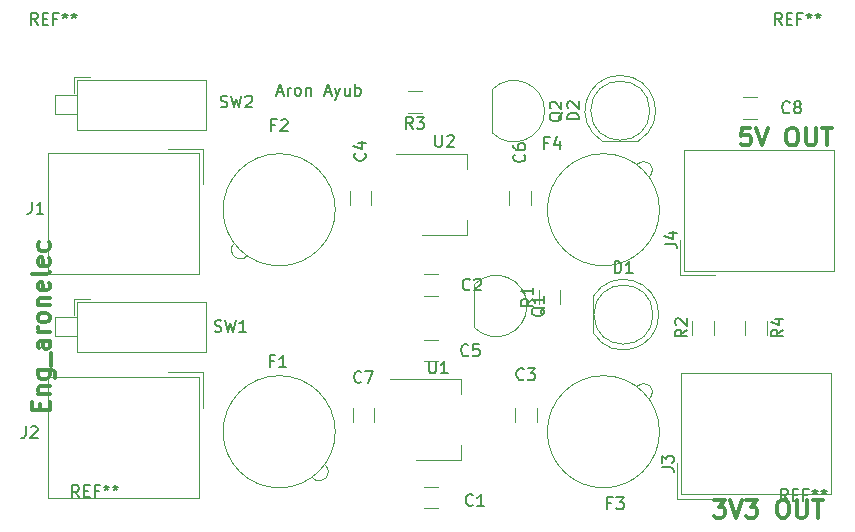
<source format=gbr>
G04 #@! TF.GenerationSoftware,KiCad,Pcbnew,(5.1.6)-1*
G04 #@! TF.CreationDate,2021-06-24T11:46:10+03:00*
G04 #@! TF.ProjectId,power supply,706f7765-7220-4737-9570-706c792e6b69,rev?*
G04 #@! TF.SameCoordinates,Original*
G04 #@! TF.FileFunction,Legend,Top*
G04 #@! TF.FilePolarity,Positive*
%FSLAX46Y46*%
G04 Gerber Fmt 4.6, Leading zero omitted, Abs format (unit mm)*
G04 Created by KiCad (PCBNEW (5.1.6)-1) date 2021-06-24 11:46:10*
%MOMM*%
%LPD*%
G01*
G04 APERTURE LIST*
%ADD10C,0.150000*%
%ADD11C,0.300000*%
%ADD12C,0.120000*%
G04 APERTURE END LIST*
D10*
X103452380Y-108666666D02*
X103928571Y-108666666D01*
X103357142Y-108952380D02*
X103690476Y-107952380D01*
X104023809Y-108952380D01*
X104357142Y-108952380D02*
X104357142Y-108285714D01*
X104357142Y-108476190D02*
X104404761Y-108380952D01*
X104452380Y-108333333D01*
X104547619Y-108285714D01*
X104642857Y-108285714D01*
X105119047Y-108952380D02*
X105023809Y-108904761D01*
X104976190Y-108857142D01*
X104928571Y-108761904D01*
X104928571Y-108476190D01*
X104976190Y-108380952D01*
X105023809Y-108333333D01*
X105119047Y-108285714D01*
X105261904Y-108285714D01*
X105357142Y-108333333D01*
X105404761Y-108380952D01*
X105452380Y-108476190D01*
X105452380Y-108761904D01*
X105404761Y-108857142D01*
X105357142Y-108904761D01*
X105261904Y-108952380D01*
X105119047Y-108952380D01*
X105880952Y-108285714D02*
X105880952Y-108952380D01*
X105880952Y-108380952D02*
X105928571Y-108333333D01*
X106023809Y-108285714D01*
X106166666Y-108285714D01*
X106261904Y-108333333D01*
X106309523Y-108428571D01*
X106309523Y-108952380D01*
X107500000Y-108666666D02*
X107976190Y-108666666D01*
X107404761Y-108952380D02*
X107738095Y-107952380D01*
X108071428Y-108952380D01*
X108309523Y-108285714D02*
X108547619Y-108952380D01*
X108785714Y-108285714D02*
X108547619Y-108952380D01*
X108452380Y-109190476D01*
X108404761Y-109238095D01*
X108309523Y-109285714D01*
X109595238Y-108285714D02*
X109595238Y-108952380D01*
X109166666Y-108285714D02*
X109166666Y-108809523D01*
X109214285Y-108904761D01*
X109309523Y-108952380D01*
X109452380Y-108952380D01*
X109547619Y-108904761D01*
X109595238Y-108857142D01*
X110071428Y-108952380D02*
X110071428Y-107952380D01*
X110071428Y-108333333D02*
X110166666Y-108285714D01*
X110357142Y-108285714D01*
X110452380Y-108333333D01*
X110500000Y-108380952D01*
X110547619Y-108476190D01*
X110547619Y-108761904D01*
X110500000Y-108857142D01*
X110452380Y-108904761D01*
X110357142Y-108952380D01*
X110166666Y-108952380D01*
X110071428Y-108904761D01*
D11*
X83392857Y-135571428D02*
X83392857Y-135071428D01*
X84178571Y-134857142D02*
X84178571Y-135571428D01*
X82678571Y-135571428D01*
X82678571Y-134857142D01*
X83178571Y-134214285D02*
X84178571Y-134214285D01*
X83321428Y-134214285D02*
X83250000Y-134142857D01*
X83178571Y-134000000D01*
X83178571Y-133785714D01*
X83250000Y-133642857D01*
X83392857Y-133571428D01*
X84178571Y-133571428D01*
X83178571Y-132214285D02*
X84392857Y-132214285D01*
X84535714Y-132285714D01*
X84607142Y-132357142D01*
X84678571Y-132500000D01*
X84678571Y-132714285D01*
X84607142Y-132857142D01*
X84107142Y-132214285D02*
X84178571Y-132357142D01*
X84178571Y-132642857D01*
X84107142Y-132785714D01*
X84035714Y-132857142D01*
X83892857Y-132928571D01*
X83464285Y-132928571D01*
X83321428Y-132857142D01*
X83250000Y-132785714D01*
X83178571Y-132642857D01*
X83178571Y-132357142D01*
X83250000Y-132214285D01*
X84321428Y-131857142D02*
X84321428Y-130714285D01*
X84178571Y-129714285D02*
X83392857Y-129714285D01*
X83250000Y-129785714D01*
X83178571Y-129928571D01*
X83178571Y-130214285D01*
X83250000Y-130357142D01*
X84107142Y-129714285D02*
X84178571Y-129857142D01*
X84178571Y-130214285D01*
X84107142Y-130357142D01*
X83964285Y-130428571D01*
X83821428Y-130428571D01*
X83678571Y-130357142D01*
X83607142Y-130214285D01*
X83607142Y-129857142D01*
X83535714Y-129714285D01*
X84178571Y-129000000D02*
X83178571Y-129000000D01*
X83464285Y-129000000D02*
X83321428Y-128928571D01*
X83250000Y-128857142D01*
X83178571Y-128714285D01*
X83178571Y-128571428D01*
X84178571Y-127857142D02*
X84107142Y-128000000D01*
X84035714Y-128071428D01*
X83892857Y-128142857D01*
X83464285Y-128142857D01*
X83321428Y-128071428D01*
X83250000Y-128000000D01*
X83178571Y-127857142D01*
X83178571Y-127642857D01*
X83250000Y-127500000D01*
X83321428Y-127428571D01*
X83464285Y-127357142D01*
X83892857Y-127357142D01*
X84035714Y-127428571D01*
X84107142Y-127500000D01*
X84178571Y-127642857D01*
X84178571Y-127857142D01*
X83178571Y-126714285D02*
X84178571Y-126714285D01*
X83321428Y-126714285D02*
X83250000Y-126642857D01*
X83178571Y-126500000D01*
X83178571Y-126285714D01*
X83250000Y-126142857D01*
X83392857Y-126071428D01*
X84178571Y-126071428D01*
X84107142Y-124785714D02*
X84178571Y-124928571D01*
X84178571Y-125214285D01*
X84107142Y-125357142D01*
X83964285Y-125428571D01*
X83392857Y-125428571D01*
X83250000Y-125357142D01*
X83178571Y-125214285D01*
X83178571Y-124928571D01*
X83250000Y-124785714D01*
X83392857Y-124714285D01*
X83535714Y-124714285D01*
X83678571Y-125428571D01*
X84178571Y-123857142D02*
X84107142Y-124000000D01*
X83964285Y-124071428D01*
X82678571Y-124071428D01*
X84107142Y-122714285D02*
X84178571Y-122857142D01*
X84178571Y-123142857D01*
X84107142Y-123285714D01*
X83964285Y-123357142D01*
X83392857Y-123357142D01*
X83250000Y-123285714D01*
X83178571Y-123142857D01*
X83178571Y-122857142D01*
X83250000Y-122714285D01*
X83392857Y-122642857D01*
X83535714Y-122642857D01*
X83678571Y-123357142D01*
X84107142Y-121357142D02*
X84178571Y-121500000D01*
X84178571Y-121785714D01*
X84107142Y-121928571D01*
X84035714Y-122000000D01*
X83892857Y-122071428D01*
X83464285Y-122071428D01*
X83321428Y-122000000D01*
X83250000Y-121928571D01*
X83178571Y-121785714D01*
X83178571Y-121500000D01*
X83250000Y-121357142D01*
X140428571Y-143178571D02*
X141357142Y-143178571D01*
X140857142Y-143750000D01*
X141071428Y-143750000D01*
X141214285Y-143821428D01*
X141285714Y-143892857D01*
X141357142Y-144035714D01*
X141357142Y-144392857D01*
X141285714Y-144535714D01*
X141214285Y-144607142D01*
X141071428Y-144678571D01*
X140642857Y-144678571D01*
X140500000Y-144607142D01*
X140428571Y-144535714D01*
X141785714Y-143178571D02*
X142285714Y-144678571D01*
X142785714Y-143178571D01*
X143142857Y-143178571D02*
X144071428Y-143178571D01*
X143571428Y-143750000D01*
X143785714Y-143750000D01*
X143928571Y-143821428D01*
X144000000Y-143892857D01*
X144071428Y-144035714D01*
X144071428Y-144392857D01*
X144000000Y-144535714D01*
X143928571Y-144607142D01*
X143785714Y-144678571D01*
X143357142Y-144678571D01*
X143214285Y-144607142D01*
X143142857Y-144535714D01*
X146142857Y-143178571D02*
X146428571Y-143178571D01*
X146571428Y-143250000D01*
X146714285Y-143392857D01*
X146785714Y-143678571D01*
X146785714Y-144178571D01*
X146714285Y-144464285D01*
X146571428Y-144607142D01*
X146428571Y-144678571D01*
X146142857Y-144678571D01*
X146000000Y-144607142D01*
X145857142Y-144464285D01*
X145785714Y-144178571D01*
X145785714Y-143678571D01*
X145857142Y-143392857D01*
X146000000Y-143250000D01*
X146142857Y-143178571D01*
X147428571Y-143178571D02*
X147428571Y-144392857D01*
X147500000Y-144535714D01*
X147571428Y-144607142D01*
X147714285Y-144678571D01*
X148000000Y-144678571D01*
X148142857Y-144607142D01*
X148214285Y-144535714D01*
X148285714Y-144392857D01*
X148285714Y-143178571D01*
X148785714Y-143178571D02*
X149642857Y-143178571D01*
X149214285Y-144678571D02*
X149214285Y-143178571D01*
X143500000Y-111678571D02*
X142785714Y-111678571D01*
X142714285Y-112392857D01*
X142785714Y-112321428D01*
X142928571Y-112250000D01*
X143285714Y-112250000D01*
X143428571Y-112321428D01*
X143500000Y-112392857D01*
X143571428Y-112535714D01*
X143571428Y-112892857D01*
X143500000Y-113035714D01*
X143428571Y-113107142D01*
X143285714Y-113178571D01*
X142928571Y-113178571D01*
X142785714Y-113107142D01*
X142714285Y-113035714D01*
X144000000Y-111678571D02*
X144500000Y-113178571D01*
X145000000Y-111678571D01*
X146928571Y-111678571D02*
X147214285Y-111678571D01*
X147357142Y-111750000D01*
X147500000Y-111892857D01*
X147571428Y-112178571D01*
X147571428Y-112678571D01*
X147500000Y-112964285D01*
X147357142Y-113107142D01*
X147214285Y-113178571D01*
X146928571Y-113178571D01*
X146785714Y-113107142D01*
X146642857Y-112964285D01*
X146571428Y-112678571D01*
X146571428Y-112178571D01*
X146642857Y-111892857D01*
X146785714Y-111750000D01*
X146928571Y-111678571D01*
X148214285Y-111678571D02*
X148214285Y-112892857D01*
X148285714Y-113035714D01*
X148357142Y-113107142D01*
X148500000Y-113178571D01*
X148785714Y-113178571D01*
X148928571Y-113107142D01*
X149000000Y-113035714D01*
X149071428Y-112892857D01*
X149071428Y-111678571D01*
X149571428Y-111678571D02*
X150428571Y-111678571D01*
X150000000Y-113178571D02*
X150000000Y-111678571D01*
D12*
X133854000Y-114768000D02*
X133994000Y-114648000D01*
X133994000Y-114648000D02*
X134154000Y-114558000D01*
X134154000Y-114558000D02*
X134404000Y-114508000D01*
X134404000Y-114508000D02*
X134664000Y-114538000D01*
X134664000Y-114538000D02*
X134924000Y-114688000D01*
X134924000Y-114688000D02*
X135094000Y-114908000D01*
X135094000Y-114908000D02*
X135174000Y-115198000D01*
X135174000Y-115198000D02*
X135134000Y-115488000D01*
X135134000Y-115488000D02*
X135054000Y-115668000D01*
X135054000Y-115668000D02*
X134904000Y-115798000D01*
X135824000Y-118618000D02*
G75*
G03*
X135824000Y-118618000I-4750000J0D01*
G01*
X127410000Y-126602064D02*
X127410000Y-125397936D01*
X125590000Y-126602064D02*
X125590000Y-125397936D01*
X115897936Y-143910000D02*
X117102064Y-143910000D01*
X115897936Y-142090000D02*
X117102064Y-142090000D01*
X115897936Y-125910000D02*
X117102064Y-125910000D01*
X115897936Y-124090000D02*
X117102064Y-124090000D01*
X125410000Y-135411936D02*
X125410000Y-136616064D01*
X123590000Y-135411936D02*
X123590000Y-136616064D01*
X109590000Y-118202064D02*
X109590000Y-116997936D01*
X111410000Y-118202064D02*
X111410000Y-116997936D01*
X115897936Y-129646000D02*
X117102064Y-129646000D01*
X115897936Y-131466000D02*
X117102064Y-131466000D01*
X123090000Y-118202064D02*
X123090000Y-116997936D01*
X124910000Y-118202064D02*
X124910000Y-116997936D01*
X109834000Y-135411936D02*
X109834000Y-136616064D01*
X111654000Y-135411936D02*
X111654000Y-136616064D01*
X142897936Y-110910000D02*
X144102064Y-110910000D01*
X142897936Y-109090000D02*
X144102064Y-109090000D01*
X130210000Y-125955000D02*
X130210000Y-129045000D01*
X135270000Y-127500000D02*
G75*
G03*
X135270000Y-127500000I-2500000J0D01*
G01*
X135760000Y-127500462D02*
G75*
G03*
X130210000Y-125955170I-2990000J462D01*
G01*
X135760000Y-127499538D02*
G75*
G02*
X130210000Y-129044830I-2990000J-462D01*
G01*
X107472000Y-140194000D02*
X107592000Y-140334000D01*
X107592000Y-140334000D02*
X107682000Y-140494000D01*
X107682000Y-140494000D02*
X107732000Y-140744000D01*
X107732000Y-140744000D02*
X107702000Y-141004000D01*
X107702000Y-141004000D02*
X107552000Y-141264000D01*
X107552000Y-141264000D02*
X107332000Y-141434000D01*
X107332000Y-141434000D02*
X107042000Y-141514000D01*
X107042000Y-141514000D02*
X106752000Y-141474000D01*
X106752000Y-141474000D02*
X106572000Y-141394000D01*
X106572000Y-141394000D02*
X106442000Y-141244000D01*
X108372000Y-137414000D02*
G75*
G03*
X108372000Y-137414000I-4750000J0D01*
G01*
X108372000Y-118618000D02*
G75*
G03*
X108372000Y-118618000I-4750000J0D01*
G01*
X99642000Y-121568000D02*
X99792000Y-121438000D01*
X99562000Y-121748000D02*
X99642000Y-121568000D01*
X99522000Y-122038000D02*
X99562000Y-121748000D01*
X99602000Y-122328000D02*
X99522000Y-122038000D01*
X99772000Y-122548000D02*
X99602000Y-122328000D01*
X100032000Y-122698000D02*
X99772000Y-122548000D01*
X100292000Y-122728000D02*
X100032000Y-122698000D01*
X100542000Y-122678000D02*
X100292000Y-122728000D01*
X100702000Y-122588000D02*
X100542000Y-122678000D01*
X100842000Y-122468000D02*
X100702000Y-122588000D01*
X135824000Y-137414000D02*
G75*
G03*
X135824000Y-137414000I-4750000J0D01*
G01*
X135054000Y-134464000D02*
X134904000Y-134594000D01*
X135134000Y-134284000D02*
X135054000Y-134464000D01*
X135174000Y-133994000D02*
X135134000Y-134284000D01*
X135094000Y-133704000D02*
X135174000Y-133994000D01*
X134924000Y-133484000D02*
X135094000Y-133704000D01*
X134664000Y-133334000D02*
X134924000Y-133484000D01*
X134404000Y-133304000D02*
X134664000Y-133334000D01*
X134154000Y-133354000D02*
X134404000Y-133304000D01*
X133994000Y-133444000D02*
X134154000Y-133354000D01*
X133854000Y-133564000D02*
X133994000Y-133444000D01*
X94178000Y-113443000D02*
X97178000Y-113443000D01*
X97178000Y-113443000D02*
X97178000Y-116443000D01*
X96798000Y-113823000D02*
X96798000Y-124063000D01*
X96798000Y-124063000D02*
X84058000Y-124063000D01*
X84058000Y-113823000D02*
X84058000Y-124063000D01*
X96798000Y-113823000D02*
X84058000Y-113823000D01*
X96798000Y-113823000D02*
X96798000Y-124063000D01*
X96798000Y-124063000D02*
X84058000Y-124063000D01*
X84058000Y-113823000D02*
X84058000Y-124063000D01*
X96798000Y-113823000D02*
X84058000Y-113823000D01*
X96798000Y-132762000D02*
X84058000Y-132762000D01*
X84058000Y-132762000D02*
X84058000Y-143002000D01*
X96798000Y-143002000D02*
X84058000Y-143002000D01*
X96798000Y-132762000D02*
X96798000Y-143002000D01*
X96798000Y-132762000D02*
X84058000Y-132762000D01*
X84058000Y-132762000D02*
X84058000Y-143002000D01*
X96798000Y-143002000D02*
X84058000Y-143002000D01*
X96798000Y-132762000D02*
X96798000Y-143002000D01*
X97178000Y-132382000D02*
X97178000Y-135382000D01*
X94178000Y-132382000D02*
X97178000Y-132382000D01*
X140264000Y-143097000D02*
X137264000Y-143097000D01*
X137264000Y-143097000D02*
X137264000Y-140097000D01*
X137644000Y-142717000D02*
X137644000Y-132477000D01*
X137644000Y-132477000D02*
X150384000Y-132477000D01*
X150384000Y-142717000D02*
X150384000Y-132477000D01*
X137644000Y-142717000D02*
X150384000Y-142717000D01*
X137644000Y-142717000D02*
X137644000Y-132477000D01*
X137644000Y-132477000D02*
X150384000Y-132477000D01*
X150384000Y-142717000D02*
X150384000Y-132477000D01*
X137644000Y-142717000D02*
X150384000Y-142717000D01*
X137898000Y-123778000D02*
X150638000Y-123778000D01*
X150638000Y-123778000D02*
X150638000Y-113538000D01*
X137898000Y-113538000D02*
X150638000Y-113538000D01*
X137898000Y-123778000D02*
X137898000Y-113538000D01*
X137898000Y-123778000D02*
X150638000Y-123778000D01*
X150638000Y-123778000D02*
X150638000Y-113538000D01*
X137898000Y-113538000D02*
X150638000Y-113538000D01*
X137898000Y-123778000D02*
X137898000Y-113538000D01*
X137518000Y-124158000D02*
X137518000Y-121158000D01*
X140518000Y-124158000D02*
X137518000Y-124158000D01*
X86488000Y-126414000D02*
X97408000Y-126414000D01*
X86488000Y-130634000D02*
X97408000Y-130634000D01*
X86488000Y-126414000D02*
X86488000Y-130634000D01*
X97408000Y-126414000D02*
X97408000Y-130634000D01*
X86248000Y-126174000D02*
X87631000Y-126174000D01*
X86248000Y-126174000D02*
X86248000Y-127557000D01*
X84628000Y-127714000D02*
X86488000Y-127714000D01*
X84628000Y-129334000D02*
X86488000Y-129334000D01*
X84628000Y-127714000D02*
X84628000Y-129334000D01*
X86488000Y-127714000D02*
X86488000Y-129334000D01*
X86488000Y-108918000D02*
X86488000Y-110538000D01*
X84628000Y-108918000D02*
X84628000Y-110538000D01*
X84628000Y-110538000D02*
X86488000Y-110538000D01*
X84628000Y-108918000D02*
X86488000Y-108918000D01*
X86248000Y-107378000D02*
X86248000Y-108761000D01*
X86248000Y-107378000D02*
X87631000Y-107378000D01*
X97408000Y-107618000D02*
X97408000Y-111838000D01*
X86488000Y-107618000D02*
X86488000Y-111838000D01*
X86488000Y-111838000D02*
X97408000Y-111838000D01*
X86488000Y-107618000D02*
X97408000Y-107618000D01*
X112994000Y-132988000D02*
X119004000Y-132988000D01*
X115244000Y-139808000D02*
X119004000Y-139808000D01*
X119004000Y-132988000D02*
X119004000Y-134248000D01*
X119004000Y-139808000D02*
X119004000Y-138548000D01*
X119512000Y-120758000D02*
X119512000Y-119498000D01*
X119512000Y-113938000D02*
X119512000Y-115198000D01*
X115752000Y-120758000D02*
X119512000Y-120758000D01*
X113502000Y-113938000D02*
X119512000Y-113938000D01*
X130955000Y-112790000D02*
X134045000Y-112790000D01*
X135000000Y-110230000D02*
G75*
G03*
X135000000Y-110230000I-2500000J0D01*
G01*
X132500462Y-107240000D02*
G75*
G03*
X130955170Y-112790000I-462J-2990000D01*
G01*
X132499538Y-107240000D02*
G75*
G02*
X134044830Y-112790000I462J-2990000D01*
G01*
X120161522Y-128608478D02*
G75*
G03*
X124600000Y-126770000I1838478J1838478D01*
G01*
X120161522Y-124931522D02*
G75*
G02*
X124600000Y-126770000I1838478J-1838478D01*
G01*
X120150000Y-124970000D02*
X120150000Y-128570000D01*
X121650000Y-108470000D02*
X121650000Y-112070000D01*
X121661522Y-108431522D02*
G75*
G02*
X126100000Y-110270000I1838478J-1838478D01*
G01*
X121661522Y-112108478D02*
G75*
G03*
X126100000Y-110270000I1838478J1838478D01*
G01*
X140410000Y-129202064D02*
X140410000Y-127997936D01*
X138590000Y-129202064D02*
X138590000Y-127997936D01*
X115702064Y-108590000D02*
X114497936Y-108590000D01*
X115702064Y-110410000D02*
X114497936Y-110410000D01*
X144910000Y-127997936D02*
X144910000Y-129202064D01*
X143090000Y-127997936D02*
X143090000Y-129202064D01*
D10*
X146666666Y-143252380D02*
X146333333Y-142776190D01*
X146095238Y-143252380D02*
X146095238Y-142252380D01*
X146476190Y-142252380D01*
X146571428Y-142300000D01*
X146619047Y-142347619D01*
X146666666Y-142442857D01*
X146666666Y-142585714D01*
X146619047Y-142680952D01*
X146571428Y-142728571D01*
X146476190Y-142776190D01*
X146095238Y-142776190D01*
X147095238Y-142728571D02*
X147428571Y-142728571D01*
X147571428Y-143252380D02*
X147095238Y-143252380D01*
X147095238Y-142252380D01*
X147571428Y-142252380D01*
X148333333Y-142728571D02*
X148000000Y-142728571D01*
X148000000Y-143252380D02*
X148000000Y-142252380D01*
X148476190Y-142252380D01*
X149000000Y-142252380D02*
X149000000Y-142490476D01*
X148761904Y-142395238D02*
X149000000Y-142490476D01*
X149238095Y-142395238D01*
X148857142Y-142680952D02*
X149000000Y-142490476D01*
X149142857Y-142680952D01*
X149761904Y-142252380D02*
X149761904Y-142490476D01*
X149523809Y-142395238D02*
X149761904Y-142490476D01*
X150000000Y-142395238D01*
X149619047Y-142680952D02*
X149761904Y-142490476D01*
X149904761Y-142680952D01*
X86666666Y-142952380D02*
X86333333Y-142476190D01*
X86095238Y-142952380D02*
X86095238Y-141952380D01*
X86476190Y-141952380D01*
X86571428Y-142000000D01*
X86619047Y-142047619D01*
X86666666Y-142142857D01*
X86666666Y-142285714D01*
X86619047Y-142380952D01*
X86571428Y-142428571D01*
X86476190Y-142476190D01*
X86095238Y-142476190D01*
X87095238Y-142428571D02*
X87428571Y-142428571D01*
X87571428Y-142952380D02*
X87095238Y-142952380D01*
X87095238Y-141952380D01*
X87571428Y-141952380D01*
X88333333Y-142428571D02*
X88000000Y-142428571D01*
X88000000Y-142952380D02*
X88000000Y-141952380D01*
X88476190Y-141952380D01*
X89000000Y-141952380D02*
X89000000Y-142190476D01*
X88761904Y-142095238D02*
X89000000Y-142190476D01*
X89238095Y-142095238D01*
X88857142Y-142380952D02*
X89000000Y-142190476D01*
X89142857Y-142380952D01*
X89761904Y-141952380D02*
X89761904Y-142190476D01*
X89523809Y-142095238D02*
X89761904Y-142190476D01*
X90000000Y-142095238D01*
X89619047Y-142380952D02*
X89761904Y-142190476D01*
X89904761Y-142380952D01*
X146166666Y-102952380D02*
X145833333Y-102476190D01*
X145595238Y-102952380D02*
X145595238Y-101952380D01*
X145976190Y-101952380D01*
X146071428Y-102000000D01*
X146119047Y-102047619D01*
X146166666Y-102142857D01*
X146166666Y-102285714D01*
X146119047Y-102380952D01*
X146071428Y-102428571D01*
X145976190Y-102476190D01*
X145595238Y-102476190D01*
X146595238Y-102428571D02*
X146928571Y-102428571D01*
X147071428Y-102952380D02*
X146595238Y-102952380D01*
X146595238Y-101952380D01*
X147071428Y-101952380D01*
X147833333Y-102428571D02*
X147500000Y-102428571D01*
X147500000Y-102952380D02*
X147500000Y-101952380D01*
X147976190Y-101952380D01*
X148500000Y-101952380D02*
X148500000Y-102190476D01*
X148261904Y-102095238D02*
X148500000Y-102190476D01*
X148738095Y-102095238D01*
X148357142Y-102380952D02*
X148500000Y-102190476D01*
X148642857Y-102380952D01*
X149261904Y-101952380D02*
X149261904Y-102190476D01*
X149023809Y-102095238D02*
X149261904Y-102190476D01*
X149500000Y-102095238D01*
X149119047Y-102380952D02*
X149261904Y-102190476D01*
X149404761Y-102380952D01*
X83166666Y-102952380D02*
X82833333Y-102476190D01*
X82595238Y-102952380D02*
X82595238Y-101952380D01*
X82976190Y-101952380D01*
X83071428Y-102000000D01*
X83119047Y-102047619D01*
X83166666Y-102142857D01*
X83166666Y-102285714D01*
X83119047Y-102380952D01*
X83071428Y-102428571D01*
X82976190Y-102476190D01*
X82595238Y-102476190D01*
X83595238Y-102428571D02*
X83928571Y-102428571D01*
X84071428Y-102952380D02*
X83595238Y-102952380D01*
X83595238Y-101952380D01*
X84071428Y-101952380D01*
X84833333Y-102428571D02*
X84500000Y-102428571D01*
X84500000Y-102952380D02*
X84500000Y-101952380D01*
X84976190Y-101952380D01*
X85500000Y-101952380D02*
X85500000Y-102190476D01*
X85261904Y-102095238D02*
X85500000Y-102190476D01*
X85738095Y-102095238D01*
X85357142Y-102380952D02*
X85500000Y-102190476D01*
X85642857Y-102380952D01*
X86261904Y-101952380D02*
X86261904Y-102190476D01*
X86023809Y-102095238D02*
X86261904Y-102190476D01*
X86500000Y-102095238D01*
X86119047Y-102380952D02*
X86261904Y-102190476D01*
X86404761Y-102380952D01*
X126412666Y-112928571D02*
X126079333Y-112928571D01*
X126079333Y-113452380D02*
X126079333Y-112452380D01*
X126555523Y-112452380D01*
X127365047Y-112785714D02*
X127365047Y-113452380D01*
X127126952Y-112404761D02*
X126888857Y-113119047D01*
X127507904Y-113119047D01*
X125132380Y-126166666D02*
X124656190Y-126500000D01*
X125132380Y-126738095D02*
X124132380Y-126738095D01*
X124132380Y-126357142D01*
X124180000Y-126261904D01*
X124227619Y-126214285D01*
X124322857Y-126166666D01*
X124465714Y-126166666D01*
X124560952Y-126214285D01*
X124608571Y-126261904D01*
X124656190Y-126357142D01*
X124656190Y-126738095D01*
X125132380Y-125214285D02*
X125132380Y-125785714D01*
X125132380Y-125500000D02*
X124132380Y-125500000D01*
X124275238Y-125595238D01*
X124370476Y-125690476D01*
X124418095Y-125785714D01*
X120019333Y-143611142D02*
X119971714Y-143658761D01*
X119828857Y-143706380D01*
X119733619Y-143706380D01*
X119590761Y-143658761D01*
X119495523Y-143563523D01*
X119447904Y-143468285D01*
X119400285Y-143277809D01*
X119400285Y-143134952D01*
X119447904Y-142944476D01*
X119495523Y-142849238D01*
X119590761Y-142754000D01*
X119733619Y-142706380D01*
X119828857Y-142706380D01*
X119971714Y-142754000D01*
X120019333Y-142801619D01*
X120971714Y-143706380D02*
X120400285Y-143706380D01*
X120686000Y-143706380D02*
X120686000Y-142706380D01*
X120590761Y-142849238D01*
X120495523Y-142944476D01*
X120400285Y-142992095D01*
X119765333Y-125357142D02*
X119717714Y-125404761D01*
X119574857Y-125452380D01*
X119479619Y-125452380D01*
X119336761Y-125404761D01*
X119241523Y-125309523D01*
X119193904Y-125214285D01*
X119146285Y-125023809D01*
X119146285Y-124880952D01*
X119193904Y-124690476D01*
X119241523Y-124595238D01*
X119336761Y-124500000D01*
X119479619Y-124452380D01*
X119574857Y-124452380D01*
X119717714Y-124500000D01*
X119765333Y-124547619D01*
X120146285Y-124547619D02*
X120193904Y-124500000D01*
X120289142Y-124452380D01*
X120527238Y-124452380D01*
X120622476Y-124500000D01*
X120670095Y-124547619D01*
X120717714Y-124642857D01*
X120717714Y-124738095D01*
X120670095Y-124880952D01*
X120098666Y-125452380D01*
X120717714Y-125452380D01*
X124333333Y-132945142D02*
X124285714Y-132992761D01*
X124142857Y-133040380D01*
X124047619Y-133040380D01*
X123904761Y-132992761D01*
X123809523Y-132897523D01*
X123761904Y-132802285D01*
X123714285Y-132611809D01*
X123714285Y-132468952D01*
X123761904Y-132278476D01*
X123809523Y-132183238D01*
X123904761Y-132088000D01*
X124047619Y-132040380D01*
X124142857Y-132040380D01*
X124285714Y-132088000D01*
X124333333Y-132135619D01*
X124666666Y-132040380D02*
X125285714Y-132040380D01*
X124952380Y-132421333D01*
X125095238Y-132421333D01*
X125190476Y-132468952D01*
X125238095Y-132516571D01*
X125285714Y-132611809D01*
X125285714Y-132849904D01*
X125238095Y-132945142D01*
X125190476Y-132992761D01*
X125095238Y-133040380D01*
X124809523Y-133040380D01*
X124714285Y-132992761D01*
X124666666Y-132945142D01*
X110857142Y-113832666D02*
X110904761Y-113880285D01*
X110952380Y-114023142D01*
X110952380Y-114118380D01*
X110904761Y-114261238D01*
X110809523Y-114356476D01*
X110714285Y-114404095D01*
X110523809Y-114451714D01*
X110380952Y-114451714D01*
X110190476Y-114404095D01*
X110095238Y-114356476D01*
X110000000Y-114261238D01*
X109952380Y-114118380D01*
X109952380Y-114023142D01*
X110000000Y-113880285D01*
X110047619Y-113832666D01*
X110285714Y-112975523D02*
X110952380Y-112975523D01*
X109904761Y-113213619D02*
X110619047Y-113451714D01*
X110619047Y-112832666D01*
X119635333Y-130913142D02*
X119587714Y-130960761D01*
X119444857Y-131008380D01*
X119349619Y-131008380D01*
X119206761Y-130960761D01*
X119111523Y-130865523D01*
X119063904Y-130770285D01*
X119016285Y-130579809D01*
X119016285Y-130436952D01*
X119063904Y-130246476D01*
X119111523Y-130151238D01*
X119206761Y-130056000D01*
X119349619Y-130008380D01*
X119444857Y-130008380D01*
X119587714Y-130056000D01*
X119635333Y-130103619D01*
X120540095Y-130008380D02*
X120063904Y-130008380D01*
X120016285Y-130484571D01*
X120063904Y-130436952D01*
X120159142Y-130389333D01*
X120397238Y-130389333D01*
X120492476Y-130436952D01*
X120540095Y-130484571D01*
X120587714Y-130579809D01*
X120587714Y-130817904D01*
X120540095Y-130913142D01*
X120492476Y-130960761D01*
X120397238Y-131008380D01*
X120159142Y-131008380D01*
X120063904Y-130960761D01*
X120016285Y-130913142D01*
X124357142Y-113956666D02*
X124404761Y-114004285D01*
X124452380Y-114147142D01*
X124452380Y-114242380D01*
X124404761Y-114385238D01*
X124309523Y-114480476D01*
X124214285Y-114528095D01*
X124023809Y-114575714D01*
X123880952Y-114575714D01*
X123690476Y-114528095D01*
X123595238Y-114480476D01*
X123500000Y-114385238D01*
X123452380Y-114242380D01*
X123452380Y-114147142D01*
X123500000Y-114004285D01*
X123547619Y-113956666D01*
X123452380Y-113099523D02*
X123452380Y-113290000D01*
X123500000Y-113385238D01*
X123547619Y-113432857D01*
X123690476Y-113528095D01*
X123880952Y-113575714D01*
X124261904Y-113575714D01*
X124357142Y-113528095D01*
X124404761Y-113480476D01*
X124452380Y-113385238D01*
X124452380Y-113194761D01*
X124404761Y-113099523D01*
X124357142Y-113051904D01*
X124261904Y-113004285D01*
X124023809Y-113004285D01*
X123928571Y-113051904D01*
X123880952Y-113099523D01*
X123833333Y-113194761D01*
X123833333Y-113385238D01*
X123880952Y-113480476D01*
X123928571Y-113528095D01*
X124023809Y-113575714D01*
X110577333Y-133193142D02*
X110529714Y-133240761D01*
X110386857Y-133288380D01*
X110291619Y-133288380D01*
X110148761Y-133240761D01*
X110053523Y-133145523D01*
X110005904Y-133050285D01*
X109958285Y-132859809D01*
X109958285Y-132716952D01*
X110005904Y-132526476D01*
X110053523Y-132431238D01*
X110148761Y-132336000D01*
X110291619Y-132288380D01*
X110386857Y-132288380D01*
X110529714Y-132336000D01*
X110577333Y-132383619D01*
X110910666Y-132288380D02*
X111577333Y-132288380D01*
X111148761Y-133288380D01*
X146833333Y-110357142D02*
X146785714Y-110404761D01*
X146642857Y-110452380D01*
X146547619Y-110452380D01*
X146404761Y-110404761D01*
X146309523Y-110309523D01*
X146261904Y-110214285D01*
X146214285Y-110023809D01*
X146214285Y-109880952D01*
X146261904Y-109690476D01*
X146309523Y-109595238D01*
X146404761Y-109500000D01*
X146547619Y-109452380D01*
X146642857Y-109452380D01*
X146785714Y-109500000D01*
X146833333Y-109547619D01*
X147404761Y-109880952D02*
X147309523Y-109833333D01*
X147261904Y-109785714D01*
X147214285Y-109690476D01*
X147214285Y-109642857D01*
X147261904Y-109547619D01*
X147309523Y-109500000D01*
X147404761Y-109452380D01*
X147595238Y-109452380D01*
X147690476Y-109500000D01*
X147738095Y-109547619D01*
X147785714Y-109642857D01*
X147785714Y-109690476D01*
X147738095Y-109785714D01*
X147690476Y-109833333D01*
X147595238Y-109880952D01*
X147404761Y-109880952D01*
X147309523Y-109928571D01*
X147261904Y-109976190D01*
X147214285Y-110071428D01*
X147214285Y-110261904D01*
X147261904Y-110357142D01*
X147309523Y-110404761D01*
X147404761Y-110452380D01*
X147595238Y-110452380D01*
X147690476Y-110404761D01*
X147738095Y-110357142D01*
X147785714Y-110261904D01*
X147785714Y-110071428D01*
X147738095Y-109976190D01*
X147690476Y-109928571D01*
X147595238Y-109880952D01*
X132031904Y-123992380D02*
X132031904Y-122992380D01*
X132270000Y-122992380D01*
X132412857Y-123040000D01*
X132508095Y-123135238D01*
X132555714Y-123230476D01*
X132603333Y-123420952D01*
X132603333Y-123563809D01*
X132555714Y-123754285D01*
X132508095Y-123849523D01*
X132412857Y-123944761D01*
X132270000Y-123992380D01*
X132031904Y-123992380D01*
X133555714Y-123992380D02*
X132984285Y-123992380D01*
X133270000Y-123992380D02*
X133270000Y-122992380D01*
X133174761Y-123135238D01*
X133079523Y-123230476D01*
X132984285Y-123278095D01*
X103166666Y-131428571D02*
X102833333Y-131428571D01*
X102833333Y-131952380D02*
X102833333Y-130952380D01*
X103309523Y-130952380D01*
X104214285Y-131952380D02*
X103642857Y-131952380D01*
X103928571Y-131952380D02*
X103928571Y-130952380D01*
X103833333Y-131095238D01*
X103738095Y-131190476D01*
X103642857Y-131238095D01*
X103298666Y-111434571D02*
X102965333Y-111434571D01*
X102965333Y-111958380D02*
X102965333Y-110958380D01*
X103441523Y-110958380D01*
X103774857Y-111053619D02*
X103822476Y-111006000D01*
X103917714Y-110958380D01*
X104155809Y-110958380D01*
X104251047Y-111006000D01*
X104298666Y-111053619D01*
X104346285Y-111148857D01*
X104346285Y-111244095D01*
X104298666Y-111386952D01*
X103727238Y-111958380D01*
X104346285Y-111958380D01*
X131746666Y-143438571D02*
X131413333Y-143438571D01*
X131413333Y-143962380D02*
X131413333Y-142962380D01*
X131889523Y-142962380D01*
X132175238Y-142962380D02*
X132794285Y-142962380D01*
X132460952Y-143343333D01*
X132603809Y-143343333D01*
X132699047Y-143390952D01*
X132746666Y-143438571D01*
X132794285Y-143533809D01*
X132794285Y-143771904D01*
X132746666Y-143867142D01*
X132699047Y-143914761D01*
X132603809Y-143962380D01*
X132318095Y-143962380D01*
X132222857Y-143914761D01*
X132175238Y-143867142D01*
X82666666Y-117952380D02*
X82666666Y-118666666D01*
X82619047Y-118809523D01*
X82523809Y-118904761D01*
X82380952Y-118952380D01*
X82285714Y-118952380D01*
X83666666Y-118952380D02*
X83095238Y-118952380D01*
X83380952Y-118952380D02*
X83380952Y-117952380D01*
X83285714Y-118095238D01*
X83190476Y-118190476D01*
X83095238Y-118238095D01*
X82166666Y-136952380D02*
X82166666Y-137666666D01*
X82119047Y-137809523D01*
X82023809Y-137904761D01*
X81880952Y-137952380D01*
X81785714Y-137952380D01*
X82595238Y-137047619D02*
X82642857Y-137000000D01*
X82738095Y-136952380D01*
X82976190Y-136952380D01*
X83071428Y-137000000D01*
X83119047Y-137047619D01*
X83166666Y-137142857D01*
X83166666Y-137238095D01*
X83119047Y-137380952D01*
X82547619Y-137952380D01*
X83166666Y-137952380D01*
X136016380Y-140430333D02*
X136730666Y-140430333D01*
X136873523Y-140477952D01*
X136968761Y-140573190D01*
X137016380Y-140716047D01*
X137016380Y-140811285D01*
X136016380Y-140049380D02*
X136016380Y-139430333D01*
X136397333Y-139763666D01*
X136397333Y-139620809D01*
X136444952Y-139525571D01*
X136492571Y-139477952D01*
X136587809Y-139430333D01*
X136825904Y-139430333D01*
X136921142Y-139477952D01*
X136968761Y-139525571D01*
X137016380Y-139620809D01*
X137016380Y-139906523D01*
X136968761Y-140001761D01*
X136921142Y-140049380D01*
X136270380Y-121491333D02*
X136984666Y-121491333D01*
X137127523Y-121538952D01*
X137222761Y-121634190D01*
X137270380Y-121777047D01*
X137270380Y-121872285D01*
X136603714Y-120586571D02*
X137270380Y-120586571D01*
X136222761Y-120824666D02*
X136937047Y-121062761D01*
X136937047Y-120443714D01*
X98166666Y-128904761D02*
X98309523Y-128952380D01*
X98547619Y-128952380D01*
X98642857Y-128904761D01*
X98690476Y-128857142D01*
X98738095Y-128761904D01*
X98738095Y-128666666D01*
X98690476Y-128571428D01*
X98642857Y-128523809D01*
X98547619Y-128476190D01*
X98357142Y-128428571D01*
X98261904Y-128380952D01*
X98214285Y-128333333D01*
X98166666Y-128238095D01*
X98166666Y-128142857D01*
X98214285Y-128047619D01*
X98261904Y-128000000D01*
X98357142Y-127952380D01*
X98595238Y-127952380D01*
X98738095Y-128000000D01*
X99071428Y-127952380D02*
X99309523Y-128952380D01*
X99500000Y-128238095D01*
X99690476Y-128952380D01*
X99928571Y-127952380D01*
X100833333Y-128952380D02*
X100261904Y-128952380D01*
X100547619Y-128952380D02*
X100547619Y-127952380D01*
X100452380Y-128095238D01*
X100357142Y-128190476D01*
X100261904Y-128238095D01*
X98666666Y-109904761D02*
X98809523Y-109952380D01*
X99047619Y-109952380D01*
X99142857Y-109904761D01*
X99190476Y-109857142D01*
X99238095Y-109761904D01*
X99238095Y-109666666D01*
X99190476Y-109571428D01*
X99142857Y-109523809D01*
X99047619Y-109476190D01*
X98857142Y-109428571D01*
X98761904Y-109380952D01*
X98714285Y-109333333D01*
X98666666Y-109238095D01*
X98666666Y-109142857D01*
X98714285Y-109047619D01*
X98761904Y-109000000D01*
X98857142Y-108952380D01*
X99095238Y-108952380D01*
X99238095Y-109000000D01*
X99571428Y-108952380D02*
X99809523Y-109952380D01*
X100000000Y-109238095D01*
X100190476Y-109952380D01*
X100428571Y-108952380D01*
X100761904Y-109047619D02*
X100809523Y-109000000D01*
X100904761Y-108952380D01*
X101142857Y-108952380D01*
X101238095Y-109000000D01*
X101285714Y-109047619D01*
X101333333Y-109142857D01*
X101333333Y-109238095D01*
X101285714Y-109380952D01*
X100714285Y-109952380D01*
X101333333Y-109952380D01*
X116332095Y-131452380D02*
X116332095Y-132261904D01*
X116379714Y-132357142D01*
X116427333Y-132404761D01*
X116522571Y-132452380D01*
X116713047Y-132452380D01*
X116808285Y-132404761D01*
X116855904Y-132357142D01*
X116903523Y-132261904D01*
X116903523Y-131452380D01*
X117903523Y-132452380D02*
X117332095Y-132452380D01*
X117617809Y-132452380D02*
X117617809Y-131452380D01*
X117522571Y-131595238D01*
X117427333Y-131690476D01*
X117332095Y-131738095D01*
X116840095Y-112300380D02*
X116840095Y-113109904D01*
X116887714Y-113205142D01*
X116935333Y-113252761D01*
X117030571Y-113300380D01*
X117221047Y-113300380D01*
X117316285Y-113252761D01*
X117363904Y-113205142D01*
X117411523Y-113109904D01*
X117411523Y-112300380D01*
X117840095Y-112395619D02*
X117887714Y-112348000D01*
X117982952Y-112300380D01*
X118221047Y-112300380D01*
X118316285Y-112348000D01*
X118363904Y-112395619D01*
X118411523Y-112490857D01*
X118411523Y-112586095D01*
X118363904Y-112728952D01*
X117792476Y-113300380D01*
X118411523Y-113300380D01*
X128992380Y-110968095D02*
X127992380Y-110968095D01*
X127992380Y-110730000D01*
X128040000Y-110587142D01*
X128135238Y-110491904D01*
X128230476Y-110444285D01*
X128420952Y-110396666D01*
X128563809Y-110396666D01*
X128754285Y-110444285D01*
X128849523Y-110491904D01*
X128944761Y-110587142D01*
X128992380Y-110730000D01*
X128992380Y-110968095D01*
X128087619Y-110015714D02*
X128040000Y-109968095D01*
X127992380Y-109872857D01*
X127992380Y-109634761D01*
X128040000Y-109539523D01*
X128087619Y-109491904D01*
X128182857Y-109444285D01*
X128278095Y-109444285D01*
X128420952Y-109491904D01*
X128992380Y-110063333D01*
X128992380Y-109444285D01*
X126107619Y-126865238D02*
X126060000Y-126960476D01*
X125964761Y-127055714D01*
X125821904Y-127198571D01*
X125774285Y-127293809D01*
X125774285Y-127389047D01*
X126012380Y-127341428D02*
X125964761Y-127436666D01*
X125869523Y-127531904D01*
X125679047Y-127579523D01*
X125345714Y-127579523D01*
X125155238Y-127531904D01*
X125060000Y-127436666D01*
X125012380Y-127341428D01*
X125012380Y-127150952D01*
X125060000Y-127055714D01*
X125155238Y-126960476D01*
X125345714Y-126912857D01*
X125679047Y-126912857D01*
X125869523Y-126960476D01*
X125964761Y-127055714D01*
X126012380Y-127150952D01*
X126012380Y-127341428D01*
X126012380Y-125960476D02*
X126012380Y-126531904D01*
X126012380Y-126246190D02*
X125012380Y-126246190D01*
X125155238Y-126341428D01*
X125250476Y-126436666D01*
X125298095Y-126531904D01*
X127607619Y-110365238D02*
X127560000Y-110460476D01*
X127464761Y-110555714D01*
X127321904Y-110698571D01*
X127274285Y-110793809D01*
X127274285Y-110889047D01*
X127512380Y-110841428D02*
X127464761Y-110936666D01*
X127369523Y-111031904D01*
X127179047Y-111079523D01*
X126845714Y-111079523D01*
X126655238Y-111031904D01*
X126560000Y-110936666D01*
X126512380Y-110841428D01*
X126512380Y-110650952D01*
X126560000Y-110555714D01*
X126655238Y-110460476D01*
X126845714Y-110412857D01*
X127179047Y-110412857D01*
X127369523Y-110460476D01*
X127464761Y-110555714D01*
X127512380Y-110650952D01*
X127512380Y-110841428D01*
X126607619Y-110031904D02*
X126560000Y-109984285D01*
X126512380Y-109889047D01*
X126512380Y-109650952D01*
X126560000Y-109555714D01*
X126607619Y-109508095D01*
X126702857Y-109460476D01*
X126798095Y-109460476D01*
X126940952Y-109508095D01*
X127512380Y-110079523D01*
X127512380Y-109460476D01*
X138132380Y-128766666D02*
X137656190Y-129100000D01*
X138132380Y-129338095D02*
X137132380Y-129338095D01*
X137132380Y-128957142D01*
X137180000Y-128861904D01*
X137227619Y-128814285D01*
X137322857Y-128766666D01*
X137465714Y-128766666D01*
X137560952Y-128814285D01*
X137608571Y-128861904D01*
X137656190Y-128957142D01*
X137656190Y-129338095D01*
X137227619Y-128385714D02*
X137180000Y-128338095D01*
X137132380Y-128242857D01*
X137132380Y-128004761D01*
X137180000Y-127909523D01*
X137227619Y-127861904D01*
X137322857Y-127814285D01*
X137418095Y-127814285D01*
X137560952Y-127861904D01*
X138132380Y-128433333D01*
X138132380Y-127814285D01*
X114933333Y-111772380D02*
X114600000Y-111296190D01*
X114361904Y-111772380D02*
X114361904Y-110772380D01*
X114742857Y-110772380D01*
X114838095Y-110820000D01*
X114885714Y-110867619D01*
X114933333Y-110962857D01*
X114933333Y-111105714D01*
X114885714Y-111200952D01*
X114838095Y-111248571D01*
X114742857Y-111296190D01*
X114361904Y-111296190D01*
X115266666Y-110772380D02*
X115885714Y-110772380D01*
X115552380Y-111153333D01*
X115695238Y-111153333D01*
X115790476Y-111200952D01*
X115838095Y-111248571D01*
X115885714Y-111343809D01*
X115885714Y-111581904D01*
X115838095Y-111677142D01*
X115790476Y-111724761D01*
X115695238Y-111772380D01*
X115409523Y-111772380D01*
X115314285Y-111724761D01*
X115266666Y-111677142D01*
X146272380Y-128766666D02*
X145796190Y-129100000D01*
X146272380Y-129338095D02*
X145272380Y-129338095D01*
X145272380Y-128957142D01*
X145320000Y-128861904D01*
X145367619Y-128814285D01*
X145462857Y-128766666D01*
X145605714Y-128766666D01*
X145700952Y-128814285D01*
X145748571Y-128861904D01*
X145796190Y-128957142D01*
X145796190Y-129338095D01*
X145605714Y-127909523D02*
X146272380Y-127909523D01*
X145224761Y-128147619D02*
X145939047Y-128385714D01*
X145939047Y-127766666D01*
M02*

</source>
